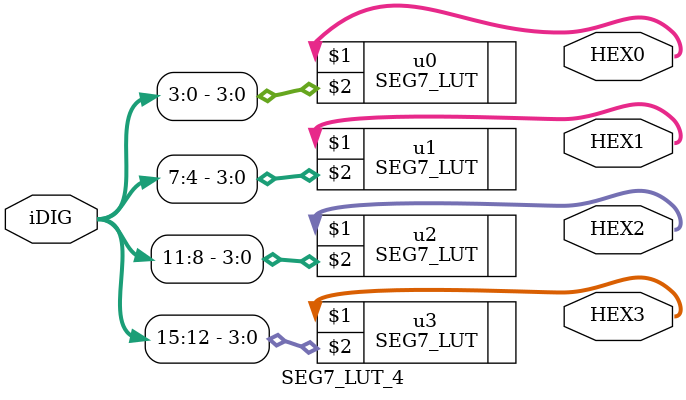
<source format=v>
module SEG7_LUT_4 (	HEX0,HEX1,HEX2,HEX3,iDIG );
input	[15:0]	iDIG;
output	[6:0]	HEX0,HEX1,HEX2,HEX3;

SEG7_LUT	u0	(	HEX0,iDIG[3:0]		);
SEG7_LUT	u1	(	HEX1,iDIG[7:4]		);
SEG7_LUT	u2	(	HEX2,iDIG[11:8]	);
SEG7_LUT	u3	(	HEX3,iDIG[15:12]	);

endmodule

</source>
